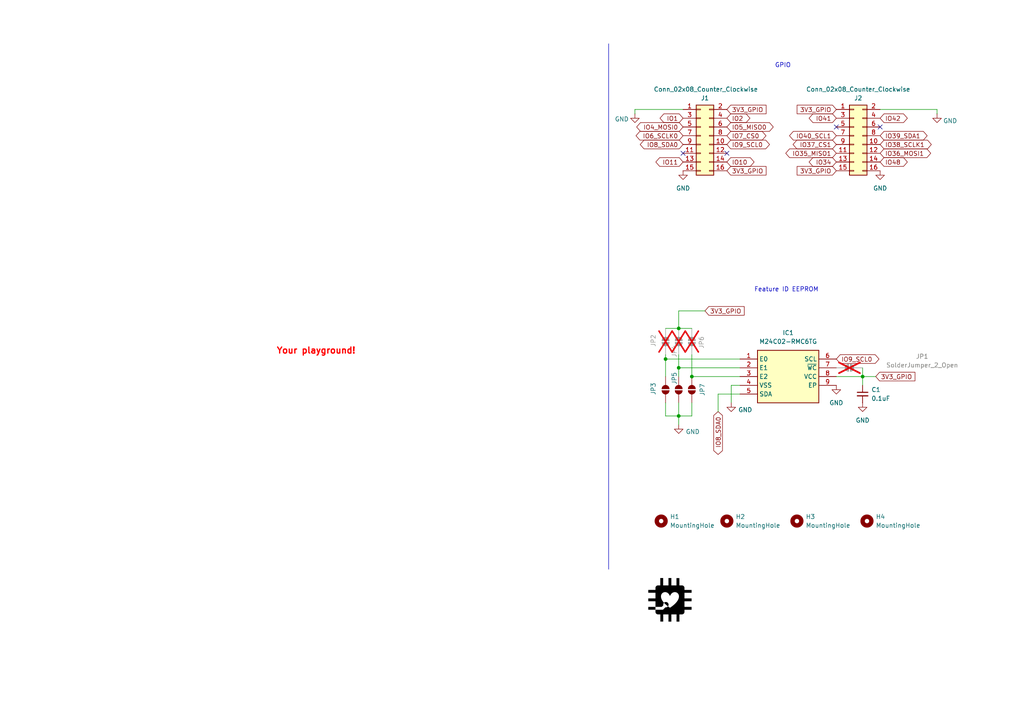
<source format=kicad_sch>
(kicad_sch (version 20231120) (generator "eeschema") (generator_version "8.0")
  (paper "A4")
  (title_block (title "StackFlex Feature Template") (date "2024-12-21") (rev "1") (company "M41T3"))
  (lib_symbols
    (symbol "Connector_Generic:Conn_02x08_Odd_Even" (pin_names (offset 1.016) hide)
      (property "Reference" "J" (at 1.27 10.16 0))
      (property "Value" "Conn_02x08_Odd_Even" (at 1.27 -12.7 0))
      (symbol "Conn_02x08_Odd_Even_1_1"
        (rectangle (start -1.27 -10.033) (end 0 -10.287) (stroke (width 0.1524)))
        (rectangle (start -1.27 -7.493) (end 0 -7.747) (stroke (width 0.1524)))
        (rectangle (start -1.27 -4.953) (end 0 -5.207) (stroke (width 0.1524)))
        (rectangle (start -1.27 -2.413) (end 0 -2.667) (stroke (width 0.1524)))
        (rectangle (start -1.27 0.127) (end 0 -0.127) (stroke (width 0.1524)))
        (rectangle (start -1.27 2.667) (end 0 2.413) (stroke (width 0.1524)))
        (rectangle (start -1.27 5.207) (end 0 4.953) (stroke (width 0.1524)))
        (rectangle (start -1.27 7.747) (end 0 7.493) (stroke (width 0.1524)))
        (rectangle (start -1.27 8.89) (end 3.81 -11.43) (stroke (width 0.254)) (fill (type background)))
        (rectangle (start 3.81 -10.033) (end 2.54 -10.287) (stroke (width 0.1524)))
        (rectangle (start 3.81 -7.493) (end 2.54 -7.747) (stroke (width 0.1524)))
        (rectangle (start 3.81 -4.953) (end 2.54 -5.207) (stroke (width 0.1524)))
        (rectangle (start 3.81 -2.413) (end 2.54 -2.667) (stroke (width 0.1524)))
        (rectangle (start 3.81 0.127) (end 2.54 -0.127) (stroke (width 0.1524)))
        (rectangle (start 3.81 2.667) (end 2.54 2.413) (stroke (width 0.1524)))
        (rectangle (start 3.81 5.207) (end 2.54 4.953) (stroke (width 0.1524)))
        (rectangle (start 3.81 7.747) (end 2.54 7.493) (stroke (width 0.1524)))
        (pin passive line (at -5.08 7.62 0) (length 3.81) (name "Pin_1") (number "1"))
        (pin passive line (at 7.62 -2.54 180) (length 3.81) (name "Pin_10") (number "10"))
        (pin passive line (at -5.08 -5.08 0) (length 3.81) (name "Pin_11") (number "11"))
        (pin passive line (at 7.62 -5.08 180) (length 3.81) (name "Pin_12") (number "12"))
        (pin passive line (at -5.08 -7.62 0) (length 3.81) (name "Pin_13") (number "13"))
        (pin passive line (at 7.62 -7.62 180) (length 3.81) (name "Pin_14") (number "14"))
        (pin passive line (at -5.08 -10.16 0) (length 3.81) (name "Pin_15") (number "15"))
        (pin passive line (at 7.62 -10.16 180) (length 3.81) (name "Pin_16") (number "16"))
        (pin passive line (at 7.62 7.62 180) (length 3.81) (name "Pin_2") (number "2"))
        (pin passive line (at -5.08 5.08 0) (length 3.81) (name "Pin_3") (number "3"))
        (pin passive line (at 7.62 5.08 180) (length 3.81) (name "Pin_4") (number "4"))
        (pin passive line (at -5.08 2.54 0) (length 3.81) (name "Pin_5") (number "5"))
        (pin passive line (at 7.62 2.54 180) (length 3.81) (name "Pin_6") (number "6"))
        (pin passive line (at -5.08 0 0) (length 3.81) (name "Pin_7") (number "7"))
        (pin passive line (at 7.62 0 180) (length 3.81) (name "Pin_8") (number "8"))
        (pin passive line (at -5.08 -2.54 0) (length 3.81) (name "Pin_9") (number "9"))
      )
    )
    (symbol "Device:C_Small" (pin_numbers hide) (pin_names (offset 0.254) hide)
      (property "Reference" "C" (at 0.254 1.778 0))
      (property "Value" "C_Small" (at 0.254 -2.032 0))
      (symbol "C_Small_0_1"
        (polyline (pts (xy -1.524 -0.508) (xy 1.524 -0.508)) (stroke (width 0.3302)))
        (polyline (pts (xy -1.524 0.508) (xy 1.524 0.508)) (stroke (width 0.3048)))
      )
      (symbol "C_Small_1_1"
        (pin passive line (at 0 2.54 270) (length 2.032) (name "~") (number "1"))
        (pin passive line (at 0 -2.54 90) (length 2.032) (name "~") (number "2"))
      )
    )
    (symbol "Jumper:SolderJumper_2_Open" (pin_numbers hide) (pin_names (offset 0) hide) (exclude_from_sim yes) (in_bom no)
      (property "Reference" "JP" (at 0 2.032 0))
      (property "Value" "SolderJumper_2_Open" (at 0 -2.54 0))
      (symbol "SolderJumper_2_Open_0_1"
        (arc (start -0.254 1.016) (mid -1.2656 0) (end -0.254 -1.016))
        (arc (start -0.254 1.016) (mid -1.2656 0) (end -0.254 -1.016) (fill (type outline)))
        (polyline (pts (xy -0.254 1.016) (xy -0.254 -1.016)))
        (polyline (pts (xy 0.254 1.016) (xy 0.254 -1.016)))
        (arc (start 0.254 -1.016) (mid 1.2656 0) (end 0.254 1.016))
        (arc (start 0.254 -1.016) (mid 1.2656 0) (end 0.254 1.016) (fill (type outline)))
      )
      (symbol "SolderJumper_2_Open_1_1"
        (pin passive line (at -3.81 0 0) (length 2.54) (name "A") (number "1"))
        (pin passive line (at 3.81 0 180) (length 2.54) (name "B") (number "2"))
      )
    )
    (symbol "Mechanical:MountingHole" (pin_names (offset 1.016)) (exclude_from_sim yes) (in_bom no)
      (property "Reference" "H" (at 0 5.08 0))
      (property "Value" "MountingHole" (at 0 3.175 0))
      (symbol "MountingHole_0_1"
        (circle (center 0 0) (radius 1.27) (stroke (width 1.27)))
      )
    )
    (symbol "power:GND" (power) (pin_numbers hide) (pin_names (offset 0) hide)
      (property "Value" "GND" (at 0 -3.81 0))
      (symbol "GND_0_1"
        (polyline (pts (xy 0 0) (xy 0 -1.27) (xy 1.27 -1.27) (xy 0 -2.54) (xy -1.27 -1.27) (xy 0 -1.27)))
      )
      (symbol "GND_1_1"
        (pin power_in line (at 0 0 270) (length 0) (name "~") (number "1"))
      )
    )
    (symbol "stackflex_sym_lib:M24C02-RMC6TG"
      (property "Reference" "IC" (at 24.13 7.62 0))
      (property "Value" "M24C02-RMC6TG" (at 24.13 5.08 0))
      (symbol "M24C02-RMC6TG_1_1"
        (rectangle (start 5.08 2.54) (end 22.86 -12.7) (stroke (width 0.254)) (fill (type background)))
        (pin passive line (at 0 0 0) (length 5.08) (name "E0") (number "1"))
        (pin passive line (at 0 -2.54 0) (length 5.08) (name "E1") (number "2"))
        (pin passive line (at 0 -5.08 0) (length 5.08) (name "E2") (number "3"))
        (pin passive line (at 0 -7.62 0) (length 5.08) (name "VSS") (number "4"))
        (pin passive line (at 0 -10.16 0) (length 5.08) (name "SDA") (number "5"))
        (pin passive line (at 27.94 0 180) (length 5.08) (name "SCL") (number "6"))
        (pin passive line (at 27.94 -2.54 180) (length 5.08) (name "~{WC}") (number "7"))
        (pin passive line (at 27.94 -5.08 180) (length 5.08) (name "VCC") (number "8"))
        (pin passive line (at 27.94 -7.62 180) (length 5.08) (name "EP") (number "9"))
      )
    )
  )
  (junction (at 196.85 120.65))
  (junction (at 193.04 104.14))
  (junction (at 196.85 106.68))
  (junction (at 200.66 109.22))
  (junction (at 250.19 109.22))
  (junction (at 196.85 95.25))
  (no_connect (at 210.82 44.45))
  (no_connect (at 242.57 36.83))
  (no_connect (at 255.27 36.83))
  (no_connect (at 198.12 44.45))
  (wire (pts (xy 184.15 33.02) (xy 184.15 31.75)))
  (wire (pts (xy 193.04 109.22) (xy 193.04 104.14)))
  (wire (pts (xy 196.85 102.87) (xy 196.85 106.68)))
  (wire (pts (xy 184.15 31.75) (xy 198.12 31.75)))
  (wire (pts (xy 250.19 109.22) (xy 250.19 111.76)))
  (wire (pts (xy 271.78 33.02) (xy 271.78 31.75)))
  (wire (pts (xy 196.85 123.19) (xy 196.85 120.65)))
  (wire (pts (xy 250.19 109.22) (xy 254 109.22)))
  (wire (pts (xy 193.04 102.87) (xy 193.04 104.14)))
  (wire (pts (xy 255.27 31.75) (xy 271.78 31.75)))
  (wire (pts (xy 204.47 90.17) (xy 196.85 90.17)))
  (wire (pts (xy 196.85 90.17) (xy 196.85 95.25)))
  (wire (pts (xy 200.66 102.87) (xy 200.66 109.22)))
  (wire (pts (xy 200.66 109.22) (xy 214.63 109.22)))
  (wire (pts (xy 242.57 109.22) (xy 250.19 109.22)))
  (wire (pts (xy 193.04 120.65) (xy 196.85 120.65)))
  (wire (pts (xy 196.85 109.22) (xy 196.85 106.68)))
  (wire (pts (xy 196.85 95.25) (xy 200.66 95.25)))
  (wire (pts (xy 193.04 104.14) (xy 214.63 104.14)))
  (wire (pts (xy 193.04 116.84) (xy 193.04 120.65)))
  (wire (pts (xy 250.19 106.68) (xy 250.19 109.22)))
  (wire (pts (xy 196.85 106.68) (xy 214.63 106.68)))
  (polyline (pts (xy 176.53 12.7) (xy 176.53 165.1)))
  (wire (pts (xy 196.85 120.65) (xy 200.66 120.65)))
  (wire (pts (xy 193.04 95.25) (xy 196.85 95.25)))
  (wire (pts (xy 208.28 114.3) (xy 214.63 114.3)))
  (wire (pts (xy 196.85 116.84) (xy 196.85 120.65)))
  (wire (pts (xy 212.09 111.76) (xy 214.63 111.76)))
  (wire (pts (xy 200.66 116.84) (xy 200.66 120.65)))
  (wire (pts (xy 212.09 116.84) (xy 212.09 111.76)))
  (wire (pts (xy 208.28 119.38) (xy 208.28 114.3)))
  (image (at 194.31 173.99) (scale 0.118454))
  (text "Your playground!" (at 91.694 101.854 0) (effects (font (size 1.778 1.778) (thickness 0.3556) (bold yes))))
  (text "Feature ID EEPROM" (at 228.092 84.074 0) (effects (font (size 1.27 1.27))))
  (text "GPIO" (at 227.076 19.05 0) (effects (font (size 1.27 1.27))))
  (global_label "IO8_SDA0" (shape bidirectional) (at 208.28 119.38 270) (property "Intersheetrefs" "${INTERSHEET_REFS}" (effects (hide yes))))
  (global_label "IO5_MISO0" (shape bidirectional) (at 210.82 36.83 0) (property "Intersheetrefs" "${INTERSHEET_REFS}" (effects (hide yes))))
  (global_label "IO10" (shape bidirectional) (at 210.82 46.99 0) (property "Intersheetrefs" "${INTERSHEET_REFS}" (effects (hide yes))))
  (global_label "IO9_SCL0" (shape bidirectional) (at 210.82 41.91 0) (property "Intersheetrefs" "${INTERSHEET_REFS}" (effects (hide yes))))
  (global_label "3V3_GPIO" (shape input) (at 210.82 49.53 0) (property "Intersheetrefs" "${INTERSHEET_REFS}" (effects (hide yes))))
  (global_label "IO6_SCLK0" (shape bidirectional) (at 198.12 39.37 180) (property "Intersheetrefs" "${INTERSHEET_REFS}" (effects (hide yes))))
  (global_label "IO35_MISO1" (shape bidirectional) (at 242.57 44.45 180) (property "Intersheetrefs" "${INTERSHEET_REFS}" (effects (hide yes))))
  (global_label "IO42" (shape bidirectional) (at 255.27 34.29 0) (property "Intersheetrefs" "${INTERSHEET_REFS}" (effects (hide yes))))
  (global_label "IO36_MOSI1" (shape bidirectional) (at 255.27 44.45 0) (property "Intersheetrefs" "${INTERSHEET_REFS}" (effects (hide yes))))
  (global_label "IO41" (shape bidirectional) (at 242.57 34.29 180) (property "Intersheetrefs" "${INTERSHEET_REFS}" (effects (hide yes))))
  (global_label "IO4_MOSI0" (shape bidirectional) (at 198.12 36.83 180) (property "Intersheetrefs" "${INTERSHEET_REFS}" (effects (hide yes))))
  (global_label "IO8_SDA0" (shape bidirectional) (at 198.12 41.91 180) (property "Intersheetrefs" "${INTERSHEET_REFS}" (effects (hide yes))))
  (global_label "IO39_SDA1" (shape bidirectional) (at 255.27 39.37 0) (property "Intersheetrefs" "${INTERSHEET_REFS}" (effects (hide yes))))
  (global_label "IO48" (shape bidirectional) (at 255.27 46.99 0) (property "Intersheetrefs" "${INTERSHEET_REFS}" (effects (hide yes))))
  (global_label "3V3_GPIO" (shape input) (at 242.57 49.53 180) (property "Intersheetrefs" "${INTERSHEET_REFS}" (effects (hide yes))))
  (global_label "3V3_GPIO" (shape input) (at 254 109.22 0) (property "Intersheetrefs" "${INTERSHEET_REFS}" (effects (hide yes))))
  (global_label "IO38_SCLK1" (shape bidirectional) (at 255.27 41.91 0) (property "Intersheetrefs" "${INTERSHEET_REFS}" (effects (hide yes))))
  (global_label "IO11" (shape bidirectional) (at 198.12 46.99 180) (property "Intersheetrefs" "${INTERSHEET_REFS}" (effects (hide yes))))
  (global_label "IO1" (shape bidirectional) (at 198.12 34.29 180) (property "Intersheetrefs" "${INTERSHEET_REFS}" (effects (hide yes))))
  (global_label "IO7_CS0" (shape bidirectional) (at 210.82 39.37 0) (property "Intersheetrefs" "${INTERSHEET_REFS}" (effects (hide yes))))
  (global_label "IO37_CS1" (shape bidirectional) (at 242.57 41.91 180) (property "Intersheetrefs" "${INTERSHEET_REFS}" (effects (hide yes))))
  (global_label "IO34" (shape bidirectional) (at 242.57 46.99 180) (property "Intersheetrefs" "${INTERSHEET_REFS}" (effects (hide yes))))
  (global_label "IO40_SCL1" (shape bidirectional) (at 242.57 39.37 180) (property "Intersheetrefs" "${INTERSHEET_REFS}" (effects (hide yes))))
  (global_label "3V3_GPIO" (shape input) (at 210.82 31.75 0) (property "Intersheetrefs" "${INTERSHEET_REFS}" (effects (hide yes))))
  (global_label "IO9_SCL0" (shape bidirectional) (at 242.57 104.14 0) (property "Intersheetrefs" "${INTERSHEET_REFS}" (effects (hide yes))))
  (global_label "3V3_GPIO" (shape input) (at 204.47 90.17 0) (property "Intersheetrefs" "${INTERSHEET_REFS}" (effects (hide yes))))
  (global_label "IO2" (shape bidirectional) (at 210.82 34.29 0) (property "Intersheetrefs" "${INTERSHEET_REFS}" (effects (hide yes))))
  (global_label "3V3_GPIO" (shape input) (at 242.57 31.75 180) (property "Intersheetrefs" "${INTERSHEET_REFS}" (effects (hide yes))))
  (symbol (lib_id "power:GND") (at 255.27 49.53 0) (unit 1)
    (property "Reference" "#PWR03" (effects (hide yes)))
    (property "Value" "GND" (at 255.27 54.61 0))
    (property "Description" "Power symbol creates a global label with name \"GND\" , ground" (effects (hide yes)))
  )
  (symbol (lib_id "power:GND") (at 271.78 33.02 0) (unit 1)
    (property "Reference" "#PWR04" (effects (hide yes)))
    (property "Value" "GND" (at 275.59 35.052 0))
    (property "Description" "Power symbol creates a global label with name \"GND\" , ground" (effects (hide yes)))
  )
  (symbol (lib_id "Mechanical:MountingHole") (at 231.14 151.13 0) (unit 1) (exclude_from_sim yes) (in_bom no)
    (property "Reference" "H3" (at 233.68 149.8599 0) (effects (justify left)))
    (property "Value" "MountingHole" (at 233.68 152.3999 0) (effects (justify left)))
    (property "Footprint" "MountingHole:MountingHole_3.2mm_M3_DIN965_Pad" (effects (hide yes)))
    (property "Description" "Mounting Hole without connection" (effects (hide yes)))
  )
  (symbol (lib_id "Jumper:SolderJumper_2_Open") (at 196.85 113.03 90) (unit 1) (exclude_from_sim yes)
    (property "Reference" "JP5" (at 195.58 109.728 0))
    (property "Value" "SolderJumper_2_Open" (effects (hide yes)))
    (property "Footprint" "Resistor_SMD:R_0402_1005Metric" (effects (hide yes)))
    (property "Description" "Solder Jumper, 2-pole, open" (effects (hide yes)))
  )
  (symbol (lib_id "Jumper:SolderJumper_2_Open") (at 193.04 113.03 90) (unit 1) (exclude_from_sim yes)
    (property "Reference" "JP3" (at 189.484 112.776 0))
    (property "Value" "SolderJumper_2_Open" (effects (hide yes)))
    (property "Footprint" "Resistor_SMD:R_0402_1005Metric" (effects (hide yes)))
    (property "Description" "Solder Jumper, 2-pole, open" (effects (hide yes)))
  )
  (symbol (lib_id "Connector_Generic:Conn_02x08_Odd_Even") (at 247.65 39.37 0) (unit 1)
    (property "Reference" "J2" (at 248.92 28.448 0))
    (property "Value" "Conn_02x08_Counter_Clockwise" (at 248.92 25.908 0))
    (property "Footprint" "Connector_PinSocket_2.54mm:PinSocket_2x08_P2.54mm_Vertical" (effects (hide yes)))
    (property "Description" "Generic connector, double row, 02x08, odd/even pin numbering scheme (row 1 odd numbers, row 2 even numbers), script generated (kicad-library-utils/schlib/autogen/connector/)" (effects (hide yes)))
  )
  (symbol (lib_id "Jumper:SolderJumper_2_Open") (at 196.85 99.06 90) (unit 1) (exclude_from_sim yes) (in_bom no) (dnp yes)
    (property "Reference" "JP4" (at 195.58 101.854 0))
    (property "Value" "SolderJumper_2_Open" (effects (hide yes)))
    (property "Footprint" "Resistor_SMD:R_0402_1005Metric" (effects (hide yes)))
    (property "Description" "Solder Jumper, 2-pole, open" (effects (hide yes)))
  )
  (symbol (lib_id "stackflex_sym_lib:M24C02-RMC6TG") (at 214.63 104.14 0) (unit 1)
    (property "Reference" "IC1" (at 228.6 96.52 0))
    (property "Value" "M24C02-RMC6TG" (at 228.6 99.06 0))
    (property "Footprint" "M24C16RMC6TG" (effects (hide yes)))
    (property "Datasheet" "https://www.st.com/resource/en/datasheet/m24c16-w.pdf" (effects (hide yes)))
    (property "Description" "2 Kbit serial I2C bus EEPROM" (effects (hide yes)))
    (property "Height" "0.6" (effects (hide yes)))
    (property "Mouser Part Number" "511-M24C16-RMC6TG" (effects (hide yes)))
    (property "Mouser Price/Stock" "https://www.mouser.co.uk/ProductDetail/STMicroelectronics/M24C16-RMC6TG?qs=ro8qOzhLaI89Rh%252BswInsqA%3D%3D" (effects (hide yes)))
    (property "Manufacturer_Name" "STMicroelectronics" (effects (hide yes)))
    (property "Manufacturer_Part_Number" "M24C16-RMC6TG" (effects (hide yes)))
  )
  (symbol (lib_id "power:GND") (at 212.09 116.84 0) (unit 1)
    (property "Reference" "#PWR06" (effects (hide yes)))
    (property "Value" "GND" (at 216.154 118.872 0))
    (property "Description" "Power symbol creates a global label with name \"GND\" , ground" (effects (hide yes)))
  )
  (symbol (lib_id "power:GND") (at 184.15 33.02 0) (unit 1)
    (property "Reference" "#PWR01" (effects (hide yes)))
    (property "Value" "GND" (at 180.34 34.544 0))
    (property "Description" "Power symbol creates a global label with name \"GND\" , ground" (effects (hide yes)))
  )
  (symbol (lib_id "Device:C_Small") (at 250.19 114.3 0) (unit 1)
    (property "Reference" "C1" (at 252.73 113.0362 0) (effects (justify left)))
    (property "Value" "0.1uF" (at 252.73 115.5762 0) (effects (justify left)))
    (property "Footprint" "Capacitor_SMD:C_0402_1005Metric" (effects (hide yes)))
    (property "Description" "Unpolarized capacitor, small symbol" (effects (hide yes)))
  )
  (symbol (lib_id "Connector_Generic:Conn_02x08_Odd_Even") (at 203.2 39.37 0) (unit 1)
    (property "Reference" "J1" (at 204.47 28.448 0))
    (property "Value" "Conn_02x08_Counter_Clockwise" (at 204.724 25.908 0))
    (property "Footprint" "Connector_PinSocket_2.54mm:PinSocket_2x08_P2.54mm_Vertical" (effects (hide yes)))
    (property "Description" "Generic connector, double row, 02x08, odd/even pin numbering scheme (row 1 odd numbers, row 2 even numbers), script generated (kicad-library-utils/schlib/autogen/connector/)" (effects (hide yes)))
  )
  (symbol (lib_id "power:GND") (at 198.12 49.53 0) (unit 1)
    (property "Reference" "#PWR02" (effects (hide yes)))
    (property "Value" "GND" (at 198.12 54.61 0))
    (property "Description" "Power symbol creates a global label with name \"GND\" , ground" (effects (hide yes)))
  )
  (symbol (lib_id "Jumper:SolderJumper_2_Open") (at 200.66 113.03 90) (unit 1) (exclude_from_sim yes)
    (property "Reference" "JP7" (at 203.708 113.03 0))
    (property "Value" "SolderJumper_2_Open" (effects (hide yes)))
    (property "Footprint" "Resistor_SMD:R_0402_1005Metric" (effects (hide yes)))
    (property "Description" "Solder Jumper, 2-pole, open" (effects (hide yes)))
  )
  (symbol (lib_id "Mechanical:MountingHole") (at 251.46 151.13 0) (unit 1) (exclude_from_sim yes) (in_bom no)
    (property "Reference" "H4" (at 254 149.8599 0) (effects (justify left)))
    (property "Value" "MountingHole" (at 254 152.3999 0) (effects (justify left)))
    (property "Footprint" "MountingHole:MountingHole_3.2mm_M3_DIN965_Pad" (effects (hide yes)))
    (property "Description" "Mounting Hole without connection" (effects (hide yes)))
  )
  (symbol (lib_id "power:GND") (at 196.85 123.19 0) (unit 1)
    (property "Reference" "#PWR08" (effects (hide yes)))
    (property "Value" "GND" (at 200.914 125.222 0))
    (property "Description" "Power symbol creates a global label with name \"GND\" , ground" (effects (hide yes)))
  )
  (symbol (lib_id "power:GND") (at 250.19 116.84 0) (unit 1)
    (property "Reference" "#PWR07" (effects (hide yes)))
    (property "Value" "GND" (at 250.19 121.92 0))
    (property "Description" "Power symbol creates a global label with name \"GND\" , ground" (effects (hide yes)))
  )
  (symbol (lib_id "Jumper:SolderJumper_2_Open") (at 246.38 106.68 0) (unit 1) (exclude_from_sim yes) (in_bom no) (dnp yes)
    (property "Reference" "JP1" (at 267.462 103.378 0))
    (property "Value" "SolderJumper_2_Open" (at 267.462 105.918 0))
    (property "Footprint" "Resistor_SMD:R_0402_1005Metric" (effects (hide yes)))
    (property "Description" "Solder Jumper, 2-pole, open" (effects (hide yes)))
  )
  (symbol (lib_id "Jumper:SolderJumper_2_Open") (at 200.66 99.06 90) (unit 1) (exclude_from_sim yes) (in_bom no) (dnp yes)
    (property "Reference" "JP6" (at 203.454 99.314 0))
    (property "Value" "SolderJumper_2_Open" (effects (hide yes)))
    (property "Footprint" "Resistor_SMD:R_0402_1005Metric" (effects (hide yes)))
    (property "Description" "Solder Jumper, 2-pole, open" (effects (hide yes)))
  )
  (symbol (lib_id "Jumper:SolderJumper_2_Open") (at 193.04 99.06 90) (unit 1) (exclude_from_sim yes) (in_bom no) (dnp yes)
    (property "Reference" "JP2" (at 189.484 98.806 0))
    (property "Value" "SolderJumper_2_Open" (effects (hide yes)))
    (property "Footprint" "Resistor_SMD:R_0402_1005Metric" (effects (hide yes)))
    (property "Description" "Solder Jumper, 2-pole, open" (effects (hide yes)))
  )
  (symbol (lib_id "Mechanical:MountingHole") (at 210.82 151.13 0) (unit 1) (exclude_from_sim yes) (in_bom no)
    (property "Reference" "H2" (at 213.36 149.8599 0) (effects (justify left)))
    (property "Value" "MountingHole" (at 213.36 152.3999 0) (effects (justify left)))
    (property "Footprint" "MountingHole:MountingHole_3.2mm_M3_DIN965_Pad" (effects (hide yes)))
    (property "Description" "Mounting Hole without connection" (effects (hide yes)))
  )
  (symbol (lib_id "Mechanical:MountingHole") (at 191.77 151.13 0) (unit 1) (exclude_from_sim yes) (in_bom no)
    (property "Reference" "H1" (at 194.31 149.8599 0) (effects (justify left)))
    (property "Value" "MountingHole" (at 194.31 152.3999 0) (effects (justify left)))
    (property "Footprint" "MountingHole:MountingHole_3.2mm_M3_DIN965_Pad" (effects (hide yes)))
    (property "Description" "Mounting Hole without connection" (effects (hide yes)))
  )
  (symbol (lib_id "power:GND") (at 242.57 111.76 0) (unit 1)
    (property "Reference" "#PWR05" (effects (hide yes)))
    (property "Value" "GND" (at 242.57 116.84 0))
    (property "Description" "Power symbol creates a global label with name \"GND\" , ground" (effects (hide yes)))
  )
)
</source>
